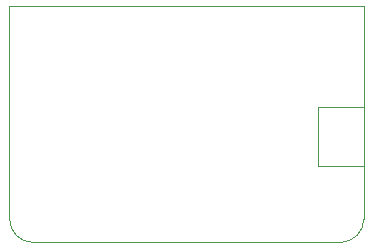
<source format=gbr>
%TF.GenerationSoftware,Altium Limited,Altium Designer,23.4.1 (23)*%
G04 Layer_Color=16711935*
%FSLAX45Y45*%
%MOMM*%
%TF.SameCoordinates,BE90727D-E02D-4F4F-8BF8-4A0540FFC0C0*%
%TF.FilePolarity,Positive*%
%TF.FileFunction,Keep-out,Top*%
%TF.Part,Single*%
G01*
G75*
%TA.AperFunction,NonConductor*%
%ADD55C,0.10000*%
D55*
Y200000D02*
G03*
X200000Y0I200000J0D01*
G01*
X2800000D02*
G03*
X3000000Y200000I0J200000D01*
G01*
X2610000Y650000D02*
X3001745D01*
X2610000D02*
Y1151027D01*
X3001745D01*
X3000000Y650000D02*
Y2000000D01*
Y200000D02*
Y650000D01*
X200000Y0D02*
X2800000D01*
X0Y200000D02*
Y2000000D01*
X3000000D01*
%TF.MD5,a89c281c3b89c3471654d83dc6bc013f*%
M02*

</source>
